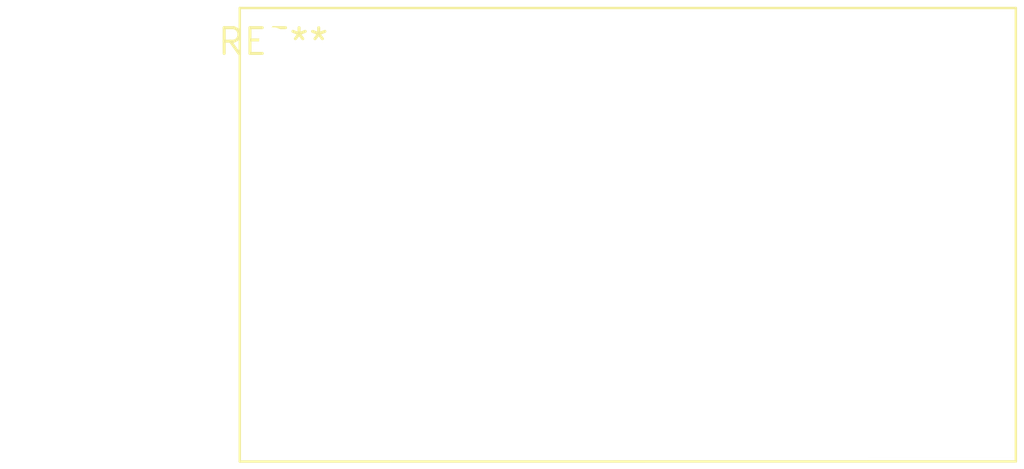
<source format=kicad_pcb>
(kicad_pcb (version 20240108) (generator pcbnew)
  (layers (0 "F.Cu" signal) (31 "B.Cu" signal) (34 "B.Paste" user) (35 "F.Paste" user) (36 "B.SilkS" user "B.Silkscreen") (37 "F.SilkS" user "F.Silkscreen") (38 "B.Mask" user) (39 "F.Mask" user) (44 "Edge.Cuts" user))
  (net 0 "")
  (footprint "Texas_EUK_R-PDSS-T7_THT" (layer "F.Cu") (at 0 0)
    (property "Reference" "REF**")
    (property "Value" "Texas_EUK_R-PDSS-T7_THT")
    (fp_line (start -1.65 -1.66) (end -1.65 20.705) (layer "F.SilkS") (stroke (width 0.12)))
    (fp_line (start -1.65 -1.66) (end 36.58 -1.66) (layer "F.SilkS") (stroke (width 0.12)))
    (fp_line (start -1.65 20.705) (end 36.58 20.7) (layer "F.SilkS") (stroke (width 0.12)))
    (fp_line (start 36.58 -1.66) (end 36.58 20.7) (layer "F.SilkS") (stroke (width 0.12)))
    (pad "1" thru_hole roundrect (at 0 0) (size 2.5 2.5) (drill 1.4) (layers *.Cu *.Mask) (remove_unused_layers))
    (pad "2" thru_hole circle (at 0 19.04) (size 2.5 2.5) (drill 1.4) (layers *.Cu *.Mask) (remove_unused_layers))
    (pad "3" thru_hole circle (at 12.7 19.05) (size 2.5 2.5) (drill 1.4) (layers *.Cu *.Mask) (remove_unused_layers))
    (pad "4" thru_hole circle (at 15.88 19.04) (size 2.5 2.5) (drill 1.4) (layers *.Cu *.Mask) (remove_unused_layers))
    (pad "5" thru_hole circle (at 19.06 19.05) (size 2.5 2.5) (drill 1.4) (layers *.Cu *.Mask) (remove_unused_layers))
    (pad "6" thru_hole circle (at 34.94 19.05) (size 2.5 2.5) (drill 1.4) (layers *.Cu *.Mask) (remove_unused_layers))
    (pad "7" thru_hole circle (at 34.94 0) (size 2.5 2.5) (drill 1.4) (layers *.Cu *.Mask) (remove_unused_layers))
  )
)
</source>
